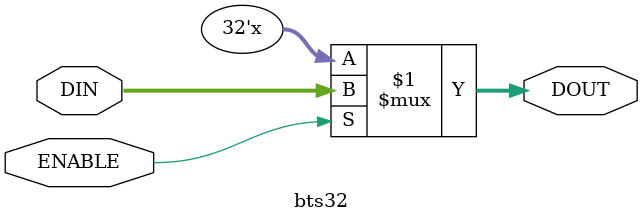
<source format=v>
module bts32(DIN, ENABLE, DOUT);

	input [31:0] DIN;
	input ENABLE;
	output [31:0] DOUT;
 
assign DOUT = ENABLE ? DIN : 32'hzzzzzzzz;

endmodule
</source>
